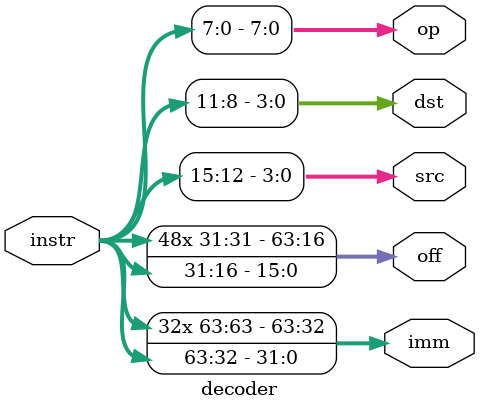
<source format=v>
`define IMM 32
`define OFF 16
`define SRC 4
`define DST 4
`define OP  8

module decoder (
		instr,
		imm,
		off,
		src,
		dst,
		op);

  input wire [63:0] instr;

  output reg [63:0] imm;
  output reg [63:0] off;
  output reg [`SRC-1:0] src;
  output reg [`DST-1:0] dst;
  output reg [`OP-1:0]  op;

  always @ (instr) begin
    imm <= $signed(instr[32 +: `IMM]);
    off <= $signed(instr[16 +: `OFF]);
    src <= instr[12 +: `SRC];
    dst <= instr[8 +: `DST];
    op  <= instr[0 +: `OP];
  end
  

endmodule //decoder

</source>
